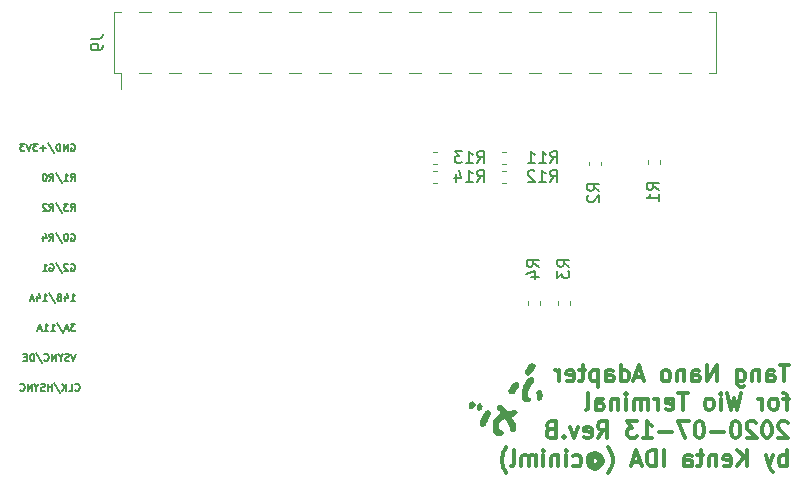
<source format=gbo>
G04 #@! TF.GenerationSoftware,KiCad,Pcbnew,(5.0.0)*
G04 #@! TF.CreationDate,2020-07-13T01:16:36+09:00*
G04 #@! TF.ProjectId,WioTerminal_TangNano,57696F5465726D696E616C5F54616E67,rev?*
G04 #@! TF.SameCoordinates,Original*
G04 #@! TF.FileFunction,Legend,Bot*
G04 #@! TF.FilePolarity,Positive*
%FSLAX46Y46*%
G04 Gerber Fmt 4.6, Leading zero omitted, Abs format (unit mm)*
G04 Created by KiCad (PCBNEW (5.0.0)) date 07/13/20 01:16:36*
%MOMM*%
%LPD*%
G01*
G04 APERTURE LIST*
%ADD10C,0.150000*%
%ADD11C,0.300000*%
%ADD12C,0.010000*%
%ADD13C,0.120000*%
G04 APERTURE END LIST*
D10*
X5222785Y12065714D02*
X5251357Y12037142D01*
X5337071Y12008571D01*
X5394214Y12008571D01*
X5479928Y12037142D01*
X5537071Y12094285D01*
X5565642Y12151428D01*
X5594214Y12265714D01*
X5594214Y12351428D01*
X5565642Y12465714D01*
X5537071Y12522857D01*
X5479928Y12580000D01*
X5394214Y12608571D01*
X5337071Y12608571D01*
X5251357Y12580000D01*
X5222785Y12551428D01*
X4679928Y12008571D02*
X4965642Y12008571D01*
X4965642Y12608571D01*
X4479928Y12008571D02*
X4479928Y12608571D01*
X4137071Y12008571D02*
X4394214Y12351428D01*
X4137071Y12608571D02*
X4479928Y12265714D01*
X3451357Y12637142D02*
X3965642Y11865714D01*
X3251357Y12008571D02*
X3251357Y12608571D01*
X3251357Y12322857D02*
X2908500Y12322857D01*
X2908500Y12008571D02*
X2908500Y12608571D01*
X2651357Y12037142D02*
X2565642Y12008571D01*
X2422785Y12008571D01*
X2365642Y12037142D01*
X2337071Y12065714D01*
X2308500Y12122857D01*
X2308500Y12180000D01*
X2337071Y12237142D01*
X2365642Y12265714D01*
X2422785Y12294285D01*
X2537071Y12322857D01*
X2594214Y12351428D01*
X2622785Y12380000D01*
X2651357Y12437142D01*
X2651357Y12494285D01*
X2622785Y12551428D01*
X2594214Y12580000D01*
X2537071Y12608571D01*
X2394214Y12608571D01*
X2308500Y12580000D01*
X1937071Y12294285D02*
X1937071Y12008571D01*
X2137071Y12608571D02*
X1937071Y12294285D01*
X1737071Y12608571D01*
X1537071Y12008571D02*
X1537071Y12608571D01*
X1194214Y12008571D01*
X1194214Y12608571D01*
X565642Y12065714D02*
X594214Y12037142D01*
X679928Y12008571D01*
X737071Y12008571D01*
X822785Y12037142D01*
X879928Y12094285D01*
X908500Y12151428D01*
X937071Y12265714D01*
X937071Y12351428D01*
X908500Y12465714D01*
X879928Y12522857D01*
X822785Y12580000D01*
X737071Y12608571D01*
X679928Y12608571D01*
X594214Y12580000D01*
X565642Y12551428D01*
X5270357Y15148571D02*
X5070357Y14548571D01*
X4870357Y15148571D01*
X4698928Y14577142D02*
X4613214Y14548571D01*
X4470357Y14548571D01*
X4413214Y14577142D01*
X4384642Y14605714D01*
X4356071Y14662857D01*
X4356071Y14720000D01*
X4384642Y14777142D01*
X4413214Y14805714D01*
X4470357Y14834285D01*
X4584642Y14862857D01*
X4641785Y14891428D01*
X4670357Y14920000D01*
X4698928Y14977142D01*
X4698928Y15034285D01*
X4670357Y15091428D01*
X4641785Y15120000D01*
X4584642Y15148571D01*
X4441785Y15148571D01*
X4356071Y15120000D01*
X3984642Y14834285D02*
X3984642Y14548571D01*
X4184642Y15148571D02*
X3984642Y14834285D01*
X3784642Y15148571D01*
X3584642Y14548571D02*
X3584642Y15148571D01*
X3241785Y14548571D01*
X3241785Y15148571D01*
X2613214Y14605714D02*
X2641785Y14577142D01*
X2727500Y14548571D01*
X2784642Y14548571D01*
X2870357Y14577142D01*
X2927500Y14634285D01*
X2956071Y14691428D01*
X2984642Y14805714D01*
X2984642Y14891428D01*
X2956071Y15005714D01*
X2927500Y15062857D01*
X2870357Y15120000D01*
X2784642Y15148571D01*
X2727500Y15148571D01*
X2641785Y15120000D01*
X2613214Y15091428D01*
X1927500Y15177142D02*
X2441785Y14405714D01*
X1727500Y14548571D02*
X1727500Y15148571D01*
X1584642Y15148571D01*
X1498928Y15120000D01*
X1441785Y15062857D01*
X1413214Y15005714D01*
X1384642Y14891428D01*
X1384642Y14805714D01*
X1413214Y14691428D01*
X1441785Y14634285D01*
X1498928Y14577142D01*
X1584642Y14548571D01*
X1727500Y14548571D01*
X1127500Y14862857D02*
X927500Y14862857D01*
X841785Y14548571D02*
X1127500Y14548571D01*
X1127500Y15148571D01*
X841785Y15148571D01*
X5241785Y17688571D02*
X4870357Y17688571D01*
X5070357Y17460000D01*
X4984642Y17460000D01*
X4927500Y17431428D01*
X4898928Y17402857D01*
X4870357Y17345714D01*
X4870357Y17202857D01*
X4898928Y17145714D01*
X4927500Y17117142D01*
X4984642Y17088571D01*
X5156071Y17088571D01*
X5213214Y17117142D01*
X5241785Y17145714D01*
X4641785Y17260000D02*
X4356071Y17260000D01*
X4698928Y17088571D02*
X4498928Y17688571D01*
X4298928Y17088571D01*
X3670357Y17717142D02*
X4184642Y16945714D01*
X3156071Y17088571D02*
X3498928Y17088571D01*
X3327500Y17088571D02*
X3327500Y17688571D01*
X3384642Y17602857D01*
X3441785Y17545714D01*
X3498928Y17517142D01*
X2584642Y17088571D02*
X2927500Y17088571D01*
X2756071Y17088571D02*
X2756071Y17688571D01*
X2813214Y17602857D01*
X2870357Y17545714D01*
X2927500Y17517142D01*
X2356071Y17260000D02*
X2070357Y17260000D01*
X2413214Y17088571D02*
X2213214Y17688571D01*
X2013214Y17088571D01*
X4870357Y19628571D02*
X5213214Y19628571D01*
X5041785Y19628571D02*
X5041785Y20228571D01*
X5098928Y20142857D01*
X5156071Y20085714D01*
X5213214Y20057142D01*
X4356071Y20028571D02*
X4356071Y19628571D01*
X4498928Y20257142D02*
X4641785Y19828571D01*
X4270357Y19828571D01*
X3841785Y19942857D02*
X3756071Y19914285D01*
X3727500Y19885714D01*
X3698928Y19828571D01*
X3698928Y19742857D01*
X3727500Y19685714D01*
X3756071Y19657142D01*
X3813214Y19628571D01*
X4041785Y19628571D01*
X4041785Y20228571D01*
X3841785Y20228571D01*
X3784642Y20200000D01*
X3756071Y20171428D01*
X3727500Y20114285D01*
X3727500Y20057142D01*
X3756071Y20000000D01*
X3784642Y19971428D01*
X3841785Y19942857D01*
X4041785Y19942857D01*
X3013214Y20257142D02*
X3527500Y19485714D01*
X2498928Y19628571D02*
X2841785Y19628571D01*
X2670357Y19628571D02*
X2670357Y20228571D01*
X2727500Y20142857D01*
X2784642Y20085714D01*
X2841785Y20057142D01*
X1984642Y20028571D02*
X1984642Y19628571D01*
X2127500Y20257142D02*
X2270357Y19828571D01*
X1898928Y19828571D01*
X1698928Y19800000D02*
X1413214Y19800000D01*
X1756071Y19628571D02*
X1556071Y20228571D01*
X1356071Y19628571D01*
X4870357Y22740000D02*
X4927500Y22768571D01*
X5013214Y22768571D01*
X5098928Y22740000D01*
X5156071Y22682857D01*
X5184642Y22625714D01*
X5213214Y22511428D01*
X5213214Y22425714D01*
X5184642Y22311428D01*
X5156071Y22254285D01*
X5098928Y22197142D01*
X5013214Y22168571D01*
X4956071Y22168571D01*
X4870357Y22197142D01*
X4841785Y22225714D01*
X4841785Y22425714D01*
X4956071Y22425714D01*
X4613214Y22711428D02*
X4584642Y22740000D01*
X4527500Y22768571D01*
X4384642Y22768571D01*
X4327500Y22740000D01*
X4298928Y22711428D01*
X4270357Y22654285D01*
X4270357Y22597142D01*
X4298928Y22511428D01*
X4641785Y22168571D01*
X4270357Y22168571D01*
X3584642Y22797142D02*
X4098928Y22025714D01*
X3070357Y22740000D02*
X3127500Y22768571D01*
X3213214Y22768571D01*
X3298928Y22740000D01*
X3356071Y22682857D01*
X3384642Y22625714D01*
X3413214Y22511428D01*
X3413214Y22425714D01*
X3384642Y22311428D01*
X3356071Y22254285D01*
X3298928Y22197142D01*
X3213214Y22168571D01*
X3156071Y22168571D01*
X3070357Y22197142D01*
X3041785Y22225714D01*
X3041785Y22425714D01*
X3156071Y22425714D01*
X2470357Y22168571D02*
X2813214Y22168571D01*
X2641785Y22168571D02*
X2641785Y22768571D01*
X2698928Y22682857D01*
X2756071Y22625714D01*
X2813214Y22597142D01*
X4870357Y25280000D02*
X4927500Y25308571D01*
X5013214Y25308571D01*
X5098928Y25280000D01*
X5156071Y25222857D01*
X5184642Y25165714D01*
X5213214Y25051428D01*
X5213214Y24965714D01*
X5184642Y24851428D01*
X5156071Y24794285D01*
X5098928Y24737142D01*
X5013214Y24708571D01*
X4956071Y24708571D01*
X4870357Y24737142D01*
X4841785Y24765714D01*
X4841785Y24965714D01*
X4956071Y24965714D01*
X4470357Y25308571D02*
X4413214Y25308571D01*
X4356071Y25280000D01*
X4327500Y25251428D01*
X4298928Y25194285D01*
X4270357Y25080000D01*
X4270357Y24937142D01*
X4298928Y24822857D01*
X4327500Y24765714D01*
X4356071Y24737142D01*
X4413214Y24708571D01*
X4470357Y24708571D01*
X4527500Y24737142D01*
X4556071Y24765714D01*
X4584642Y24822857D01*
X4613214Y24937142D01*
X4613214Y25080000D01*
X4584642Y25194285D01*
X4556071Y25251428D01*
X4527500Y25280000D01*
X4470357Y25308571D01*
X3584642Y25337142D02*
X4098928Y24565714D01*
X3041785Y24708571D02*
X3241785Y24994285D01*
X3384642Y24708571D02*
X3384642Y25308571D01*
X3156071Y25308571D01*
X3098928Y25280000D01*
X3070357Y25251428D01*
X3041785Y25194285D01*
X3041785Y25108571D01*
X3070357Y25051428D01*
X3098928Y25022857D01*
X3156071Y24994285D01*
X3384642Y24994285D01*
X2527500Y25108571D02*
X2527500Y24708571D01*
X2670357Y25337142D02*
X2813214Y24908571D01*
X2441785Y24908571D01*
X4841785Y27248571D02*
X5041785Y27534285D01*
X5184642Y27248571D02*
X5184642Y27848571D01*
X4956071Y27848571D01*
X4898928Y27820000D01*
X4870357Y27791428D01*
X4841785Y27734285D01*
X4841785Y27648571D01*
X4870357Y27591428D01*
X4898928Y27562857D01*
X4956071Y27534285D01*
X5184642Y27534285D01*
X4641785Y27848571D02*
X4270357Y27848571D01*
X4470357Y27620000D01*
X4384642Y27620000D01*
X4327500Y27591428D01*
X4298928Y27562857D01*
X4270357Y27505714D01*
X4270357Y27362857D01*
X4298928Y27305714D01*
X4327500Y27277142D01*
X4384642Y27248571D01*
X4556071Y27248571D01*
X4613214Y27277142D01*
X4641785Y27305714D01*
X3584642Y27877142D02*
X4098928Y27105714D01*
X3041785Y27248571D02*
X3241785Y27534285D01*
X3384642Y27248571D02*
X3384642Y27848571D01*
X3156071Y27848571D01*
X3098928Y27820000D01*
X3070357Y27791428D01*
X3041785Y27734285D01*
X3041785Y27648571D01*
X3070357Y27591428D01*
X3098928Y27562857D01*
X3156071Y27534285D01*
X3384642Y27534285D01*
X2813214Y27791428D02*
X2784642Y27820000D01*
X2727500Y27848571D01*
X2584642Y27848571D01*
X2527500Y27820000D01*
X2498928Y27791428D01*
X2470357Y27734285D01*
X2470357Y27677142D01*
X2498928Y27591428D01*
X2841785Y27248571D01*
X2470357Y27248571D01*
X4841785Y29788571D02*
X5041785Y30074285D01*
X5184642Y29788571D02*
X5184642Y30388571D01*
X4956071Y30388571D01*
X4898928Y30360000D01*
X4870357Y30331428D01*
X4841785Y30274285D01*
X4841785Y30188571D01*
X4870357Y30131428D01*
X4898928Y30102857D01*
X4956071Y30074285D01*
X5184642Y30074285D01*
X4270357Y29788571D02*
X4613214Y29788571D01*
X4441785Y29788571D02*
X4441785Y30388571D01*
X4498928Y30302857D01*
X4556071Y30245714D01*
X4613214Y30217142D01*
X3584642Y30417142D02*
X4098928Y29645714D01*
X3041785Y29788571D02*
X3241785Y30074285D01*
X3384642Y29788571D02*
X3384642Y30388571D01*
X3156071Y30388571D01*
X3098928Y30360000D01*
X3070357Y30331428D01*
X3041785Y30274285D01*
X3041785Y30188571D01*
X3070357Y30131428D01*
X3098928Y30102857D01*
X3156071Y30074285D01*
X3384642Y30074285D01*
X2670357Y30388571D02*
X2613214Y30388571D01*
X2556071Y30360000D01*
X2527500Y30331428D01*
X2498928Y30274285D01*
X2470357Y30160000D01*
X2470357Y30017142D01*
X2498928Y29902857D01*
X2527500Y29845714D01*
X2556071Y29817142D01*
X2613214Y29788571D01*
X2670357Y29788571D01*
X2727500Y29817142D01*
X2756071Y29845714D01*
X2784642Y29902857D01*
X2813214Y30017142D01*
X2813214Y30160000D01*
X2784642Y30274285D01*
X2756071Y30331428D01*
X2727500Y30360000D01*
X2670357Y30388571D01*
X4870357Y32900000D02*
X4927500Y32928571D01*
X5013214Y32928571D01*
X5098928Y32900000D01*
X5156071Y32842857D01*
X5184642Y32785714D01*
X5213214Y32671428D01*
X5213214Y32585714D01*
X5184642Y32471428D01*
X5156071Y32414285D01*
X5098928Y32357142D01*
X5013214Y32328571D01*
X4956071Y32328571D01*
X4870357Y32357142D01*
X4841785Y32385714D01*
X4841785Y32585714D01*
X4956071Y32585714D01*
X4584642Y32328571D02*
X4584642Y32928571D01*
X4241785Y32328571D01*
X4241785Y32928571D01*
X3956071Y32328571D02*
X3956071Y32928571D01*
X3813214Y32928571D01*
X3727500Y32900000D01*
X3670357Y32842857D01*
X3641785Y32785714D01*
X3613214Y32671428D01*
X3613214Y32585714D01*
X3641785Y32471428D01*
X3670357Y32414285D01*
X3727500Y32357142D01*
X3813214Y32328571D01*
X3956071Y32328571D01*
X2927500Y32957142D02*
X3441785Y32185714D01*
X2727500Y32557142D02*
X2270357Y32557142D01*
X2498928Y32328571D02*
X2498928Y32785714D01*
X2041785Y32928571D02*
X1670357Y32928571D01*
X1870357Y32700000D01*
X1784642Y32700000D01*
X1727500Y32671428D01*
X1698928Y32642857D01*
X1670357Y32585714D01*
X1670357Y32442857D01*
X1698928Y32385714D01*
X1727500Y32357142D01*
X1784642Y32328571D01*
X1956071Y32328571D01*
X2013214Y32357142D01*
X2041785Y32385714D01*
X1498928Y32928571D02*
X1298928Y32328571D01*
X1098928Y32928571D01*
X956071Y32928571D02*
X584642Y32928571D01*
X784642Y32700000D01*
X698928Y32700000D01*
X641785Y32671428D01*
X613214Y32642857D01*
X584642Y32585714D01*
X584642Y32442857D01*
X613214Y32385714D01*
X641785Y32357142D01*
X698928Y32328571D01*
X870357Y32328571D01*
X927500Y32357142D01*
X956071Y32385714D01*
D11*
X65671666Y14216666D02*
X64871666Y14216666D01*
X65271666Y12816666D02*
X65271666Y14216666D01*
X63805000Y12816666D02*
X63805000Y13550000D01*
X63871666Y13683333D01*
X64005000Y13750000D01*
X64271666Y13750000D01*
X64405000Y13683333D01*
X63805000Y12883333D02*
X63938333Y12816666D01*
X64271666Y12816666D01*
X64405000Y12883333D01*
X64471666Y13016666D01*
X64471666Y13150000D01*
X64405000Y13283333D01*
X64271666Y13350000D01*
X63938333Y13350000D01*
X63805000Y13416666D01*
X63138333Y13750000D02*
X63138333Y12816666D01*
X63138333Y13616666D02*
X63071666Y13683333D01*
X62938333Y13750000D01*
X62738333Y13750000D01*
X62605000Y13683333D01*
X62538333Y13550000D01*
X62538333Y12816666D01*
X61271666Y13750000D02*
X61271666Y12616666D01*
X61338333Y12483333D01*
X61405000Y12416666D01*
X61538333Y12350000D01*
X61738333Y12350000D01*
X61871666Y12416666D01*
X61271666Y12883333D02*
X61405000Y12816666D01*
X61671666Y12816666D01*
X61805000Y12883333D01*
X61871666Y12950000D01*
X61938333Y13083333D01*
X61938333Y13483333D01*
X61871666Y13616666D01*
X61805000Y13683333D01*
X61671666Y13750000D01*
X61405000Y13750000D01*
X61271666Y13683333D01*
X59538333Y12816666D02*
X59538333Y14216666D01*
X58738333Y12816666D01*
X58738333Y14216666D01*
X57471666Y12816666D02*
X57471666Y13550000D01*
X57538333Y13683333D01*
X57671666Y13750000D01*
X57938333Y13750000D01*
X58071666Y13683333D01*
X57471666Y12883333D02*
X57605000Y12816666D01*
X57938333Y12816666D01*
X58071666Y12883333D01*
X58138333Y13016666D01*
X58138333Y13150000D01*
X58071666Y13283333D01*
X57938333Y13350000D01*
X57605000Y13350000D01*
X57471666Y13416666D01*
X56805000Y13750000D02*
X56805000Y12816666D01*
X56805000Y13616666D02*
X56738333Y13683333D01*
X56605000Y13750000D01*
X56405000Y13750000D01*
X56271666Y13683333D01*
X56205000Y13550000D01*
X56205000Y12816666D01*
X55338333Y12816666D02*
X55471666Y12883333D01*
X55538333Y12950000D01*
X55605000Y13083333D01*
X55605000Y13483333D01*
X55538333Y13616666D01*
X55471666Y13683333D01*
X55338333Y13750000D01*
X55138333Y13750000D01*
X55005000Y13683333D01*
X54938333Y13616666D01*
X54871666Y13483333D01*
X54871666Y13083333D01*
X54938333Y12950000D01*
X55005000Y12883333D01*
X55138333Y12816666D01*
X55338333Y12816666D01*
X53271666Y13216666D02*
X52605000Y13216666D01*
X53405000Y12816666D02*
X52938333Y14216666D01*
X52471666Y12816666D01*
X51405000Y12816666D02*
X51405000Y14216666D01*
X51405000Y12883333D02*
X51538333Y12816666D01*
X51805000Y12816666D01*
X51938333Y12883333D01*
X52005000Y12950000D01*
X52071666Y13083333D01*
X52071666Y13483333D01*
X52005000Y13616666D01*
X51938333Y13683333D01*
X51805000Y13750000D01*
X51538333Y13750000D01*
X51405000Y13683333D01*
X50138333Y12816666D02*
X50138333Y13550000D01*
X50205000Y13683333D01*
X50338333Y13750000D01*
X50605000Y13750000D01*
X50738333Y13683333D01*
X50138333Y12883333D02*
X50271666Y12816666D01*
X50605000Y12816666D01*
X50738333Y12883333D01*
X50805000Y13016666D01*
X50805000Y13150000D01*
X50738333Y13283333D01*
X50605000Y13350000D01*
X50271666Y13350000D01*
X50138333Y13416666D01*
X49471666Y13750000D02*
X49471666Y12350000D01*
X49471666Y13683333D02*
X49338333Y13750000D01*
X49071666Y13750000D01*
X48938333Y13683333D01*
X48871666Y13616666D01*
X48805000Y13483333D01*
X48805000Y13083333D01*
X48871666Y12950000D01*
X48938333Y12883333D01*
X49071666Y12816666D01*
X49338333Y12816666D01*
X49471666Y12883333D01*
X48405000Y13750000D02*
X47871666Y13750000D01*
X48205000Y14216666D02*
X48205000Y13016666D01*
X48138333Y12883333D01*
X48005000Y12816666D01*
X47871666Y12816666D01*
X46871666Y12883333D02*
X47005000Y12816666D01*
X47271666Y12816666D01*
X47405000Y12883333D01*
X47471666Y13016666D01*
X47471666Y13550000D01*
X47405000Y13683333D01*
X47271666Y13750000D01*
X47005000Y13750000D01*
X46871666Y13683333D01*
X46805000Y13550000D01*
X46805000Y13416666D01*
X47471666Y13283333D01*
X46205000Y12816666D02*
X46205000Y13750000D01*
X46205000Y13483333D02*
X46138333Y13616666D01*
X46071666Y13683333D01*
X45938333Y13750000D01*
X45805000Y13750000D01*
X65671666Y11350000D02*
X65138333Y11350000D01*
X65471666Y10416666D02*
X65471666Y11616666D01*
X65405000Y11750000D01*
X65271666Y11816666D01*
X65138333Y11816666D01*
X64471666Y10416666D02*
X64605000Y10483333D01*
X64671666Y10550000D01*
X64738333Y10683333D01*
X64738333Y11083333D01*
X64671666Y11216666D01*
X64605000Y11283333D01*
X64471666Y11350000D01*
X64271666Y11350000D01*
X64138333Y11283333D01*
X64071666Y11216666D01*
X64005000Y11083333D01*
X64005000Y10683333D01*
X64071666Y10550000D01*
X64138333Y10483333D01*
X64271666Y10416666D01*
X64471666Y10416666D01*
X63405000Y10416666D02*
X63405000Y11350000D01*
X63405000Y11083333D02*
X63338333Y11216666D01*
X63271666Y11283333D01*
X63138333Y11350000D01*
X63005000Y11350000D01*
X61605000Y11816666D02*
X61271666Y10416666D01*
X61005000Y11416666D01*
X60738333Y10416666D01*
X60405000Y11816666D01*
X59871666Y10416666D02*
X59871666Y11350000D01*
X59871666Y11816666D02*
X59938333Y11750000D01*
X59871666Y11683333D01*
X59805000Y11750000D01*
X59871666Y11816666D01*
X59871666Y11683333D01*
X59005000Y10416666D02*
X59138333Y10483333D01*
X59205000Y10550000D01*
X59271666Y10683333D01*
X59271666Y11083333D01*
X59205000Y11216666D01*
X59138333Y11283333D01*
X59005000Y11350000D01*
X58805000Y11350000D01*
X58671666Y11283333D01*
X58605000Y11216666D01*
X58538333Y11083333D01*
X58538333Y10683333D01*
X58605000Y10550000D01*
X58671666Y10483333D01*
X58805000Y10416666D01*
X59005000Y10416666D01*
X57071666Y11816666D02*
X56271666Y11816666D01*
X56671666Y10416666D02*
X56671666Y11816666D01*
X55271666Y10483333D02*
X55405000Y10416666D01*
X55671666Y10416666D01*
X55805000Y10483333D01*
X55871666Y10616666D01*
X55871666Y11150000D01*
X55805000Y11283333D01*
X55671666Y11350000D01*
X55405000Y11350000D01*
X55271666Y11283333D01*
X55205000Y11150000D01*
X55205000Y11016666D01*
X55871666Y10883333D01*
X54605000Y10416666D02*
X54605000Y11350000D01*
X54605000Y11083333D02*
X54538333Y11216666D01*
X54471666Y11283333D01*
X54338333Y11350000D01*
X54205000Y11350000D01*
X53738333Y10416666D02*
X53738333Y11350000D01*
X53738333Y11216666D02*
X53671666Y11283333D01*
X53538333Y11350000D01*
X53338333Y11350000D01*
X53205000Y11283333D01*
X53138333Y11150000D01*
X53138333Y10416666D01*
X53138333Y11150000D02*
X53071666Y11283333D01*
X52938333Y11350000D01*
X52738333Y11350000D01*
X52605000Y11283333D01*
X52538333Y11150000D01*
X52538333Y10416666D01*
X51871666Y10416666D02*
X51871666Y11350000D01*
X51871666Y11816666D02*
X51938333Y11750000D01*
X51871666Y11683333D01*
X51805000Y11750000D01*
X51871666Y11816666D01*
X51871666Y11683333D01*
X51205000Y11350000D02*
X51205000Y10416666D01*
X51205000Y11216666D02*
X51138333Y11283333D01*
X51005000Y11350000D01*
X50805000Y11350000D01*
X50671666Y11283333D01*
X50605000Y11150000D01*
X50605000Y10416666D01*
X49338333Y10416666D02*
X49338333Y11150000D01*
X49405000Y11283333D01*
X49538333Y11350000D01*
X49805000Y11350000D01*
X49938333Y11283333D01*
X49338333Y10483333D02*
X49471666Y10416666D01*
X49805000Y10416666D01*
X49938333Y10483333D01*
X50005000Y10616666D01*
X50005000Y10750000D01*
X49938333Y10883333D01*
X49805000Y10950000D01*
X49471666Y10950000D01*
X49338333Y11016666D01*
X48471666Y10416666D02*
X48605000Y10483333D01*
X48671666Y10616666D01*
X48671666Y11816666D01*
X65538333Y9283333D02*
X65471666Y9350000D01*
X65338333Y9416666D01*
X65005000Y9416666D01*
X64871666Y9350000D01*
X64805000Y9283333D01*
X64738333Y9150000D01*
X64738333Y9016666D01*
X64805000Y8816666D01*
X65605000Y8016666D01*
X64738333Y8016666D01*
X63871666Y9416666D02*
X63738333Y9416666D01*
X63605000Y9350000D01*
X63538333Y9283333D01*
X63471666Y9150000D01*
X63405000Y8883333D01*
X63405000Y8550000D01*
X63471666Y8283333D01*
X63538333Y8150000D01*
X63605000Y8083333D01*
X63738333Y8016666D01*
X63871666Y8016666D01*
X64005000Y8083333D01*
X64071666Y8150000D01*
X64138333Y8283333D01*
X64205000Y8550000D01*
X64205000Y8883333D01*
X64138333Y9150000D01*
X64071666Y9283333D01*
X64005000Y9350000D01*
X63871666Y9416666D01*
X62871666Y9283333D02*
X62805000Y9350000D01*
X62671666Y9416666D01*
X62338333Y9416666D01*
X62205000Y9350000D01*
X62138333Y9283333D01*
X62071666Y9150000D01*
X62071666Y9016666D01*
X62138333Y8816666D01*
X62938333Y8016666D01*
X62071666Y8016666D01*
X61205000Y9416666D02*
X61071666Y9416666D01*
X60938333Y9350000D01*
X60871666Y9283333D01*
X60805000Y9150000D01*
X60738333Y8883333D01*
X60738333Y8550000D01*
X60805000Y8283333D01*
X60871666Y8150000D01*
X60938333Y8083333D01*
X61071666Y8016666D01*
X61205000Y8016666D01*
X61338333Y8083333D01*
X61405000Y8150000D01*
X61471666Y8283333D01*
X61538333Y8550000D01*
X61538333Y8883333D01*
X61471666Y9150000D01*
X61405000Y9283333D01*
X61338333Y9350000D01*
X61205000Y9416666D01*
X60138333Y8550000D02*
X59071666Y8550000D01*
X58138333Y9416666D02*
X58005000Y9416666D01*
X57871666Y9350000D01*
X57805000Y9283333D01*
X57738333Y9150000D01*
X57671666Y8883333D01*
X57671666Y8550000D01*
X57738333Y8283333D01*
X57805000Y8150000D01*
X57871666Y8083333D01*
X58005000Y8016666D01*
X58138333Y8016666D01*
X58271666Y8083333D01*
X58338333Y8150000D01*
X58405000Y8283333D01*
X58471666Y8550000D01*
X58471666Y8883333D01*
X58405000Y9150000D01*
X58338333Y9283333D01*
X58271666Y9350000D01*
X58138333Y9416666D01*
X57205000Y9416666D02*
X56271666Y9416666D01*
X56871666Y8016666D01*
X55738333Y8550000D02*
X54671666Y8550000D01*
X53271666Y8016666D02*
X54071666Y8016666D01*
X53671666Y8016666D02*
X53671666Y9416666D01*
X53805000Y9216666D01*
X53938333Y9083333D01*
X54071666Y9016666D01*
X52805000Y9416666D02*
X51938333Y9416666D01*
X52405000Y8883333D01*
X52205000Y8883333D01*
X52071666Y8816666D01*
X52005000Y8750000D01*
X51938333Y8616666D01*
X51938333Y8283333D01*
X52005000Y8150000D01*
X52071666Y8083333D01*
X52205000Y8016666D01*
X52605000Y8016666D01*
X52738333Y8083333D01*
X52805000Y8150000D01*
X49471666Y8016666D02*
X49938333Y8683333D01*
X50271666Y8016666D02*
X50271666Y9416666D01*
X49738333Y9416666D01*
X49605000Y9350000D01*
X49538333Y9283333D01*
X49471666Y9150000D01*
X49471666Y8950000D01*
X49538333Y8816666D01*
X49605000Y8750000D01*
X49738333Y8683333D01*
X50271666Y8683333D01*
X48338333Y8083333D02*
X48471666Y8016666D01*
X48738333Y8016666D01*
X48871666Y8083333D01*
X48938333Y8216666D01*
X48938333Y8750000D01*
X48871666Y8883333D01*
X48738333Y8950000D01*
X48471666Y8950000D01*
X48338333Y8883333D01*
X48271666Y8750000D01*
X48271666Y8616666D01*
X48938333Y8483333D01*
X47805000Y8950000D02*
X47471666Y8016666D01*
X47138333Y8950000D01*
X46605000Y8150000D02*
X46538333Y8083333D01*
X46605000Y8016666D01*
X46671666Y8083333D01*
X46605000Y8150000D01*
X46605000Y8016666D01*
X45471666Y8750000D02*
X45271666Y8683333D01*
X45205000Y8616666D01*
X45138333Y8483333D01*
X45138333Y8283333D01*
X45205000Y8150000D01*
X45271666Y8083333D01*
X45405000Y8016666D01*
X45938333Y8016666D01*
X45938333Y9416666D01*
X45471666Y9416666D01*
X45338333Y9350000D01*
X45271666Y9283333D01*
X45205000Y9150000D01*
X45205000Y9016666D01*
X45271666Y8883333D01*
X45338333Y8816666D01*
X45471666Y8750000D01*
X45938333Y8750000D01*
X65471666Y5616666D02*
X65471666Y7016666D01*
X65471666Y6483333D02*
X65338333Y6550000D01*
X65071666Y6550000D01*
X64938333Y6483333D01*
X64871666Y6416666D01*
X64805000Y6283333D01*
X64805000Y5883333D01*
X64871666Y5750000D01*
X64938333Y5683333D01*
X65071666Y5616666D01*
X65338333Y5616666D01*
X65471666Y5683333D01*
X64338333Y6550000D02*
X64005000Y5616666D01*
X63671666Y6550000D02*
X64005000Y5616666D01*
X64138333Y5283333D01*
X64205000Y5216666D01*
X64338333Y5150000D01*
X62071666Y5616666D02*
X62071666Y7016666D01*
X61271666Y5616666D02*
X61871666Y6416666D01*
X61271666Y7016666D02*
X62071666Y6216666D01*
X60138333Y5683333D02*
X60271666Y5616666D01*
X60538333Y5616666D01*
X60671666Y5683333D01*
X60738333Y5816666D01*
X60738333Y6350000D01*
X60671666Y6483333D01*
X60538333Y6550000D01*
X60271666Y6550000D01*
X60138333Y6483333D01*
X60071666Y6350000D01*
X60071666Y6216666D01*
X60738333Y6083333D01*
X59471666Y6550000D02*
X59471666Y5616666D01*
X59471666Y6416666D02*
X59404999Y6483333D01*
X59271666Y6550000D01*
X59071666Y6550000D01*
X58938333Y6483333D01*
X58871666Y6350000D01*
X58871666Y5616666D01*
X58404999Y6550000D02*
X57871666Y6550000D01*
X58204999Y7016666D02*
X58204999Y5816666D01*
X58138333Y5683333D01*
X58004999Y5616666D01*
X57871666Y5616666D01*
X56804999Y5616666D02*
X56804999Y6350000D01*
X56871666Y6483333D01*
X57004999Y6550000D01*
X57271666Y6550000D01*
X57404999Y6483333D01*
X56804999Y5683333D02*
X56938333Y5616666D01*
X57271666Y5616666D01*
X57404999Y5683333D01*
X57471666Y5816666D01*
X57471666Y5950000D01*
X57404999Y6083333D01*
X57271666Y6150000D01*
X56938333Y6150000D01*
X56804999Y6216666D01*
X55071666Y5616666D02*
X55071666Y7016666D01*
X54404999Y5616666D02*
X54404999Y7016666D01*
X54071666Y7016666D01*
X53871666Y6950000D01*
X53738333Y6816666D01*
X53671666Y6683333D01*
X53604999Y6416666D01*
X53604999Y6216666D01*
X53671666Y5950000D01*
X53738333Y5816666D01*
X53871666Y5683333D01*
X54071666Y5616666D01*
X54404999Y5616666D01*
X53071666Y6016666D02*
X52404999Y6016666D01*
X53204999Y5616666D02*
X52738333Y7016666D01*
X52271666Y5616666D01*
X50338333Y5083333D02*
X50404999Y5150000D01*
X50538333Y5350000D01*
X50604999Y5483333D01*
X50671666Y5683333D01*
X50738333Y6016666D01*
X50738333Y6283333D01*
X50671666Y6616666D01*
X50604999Y6816666D01*
X50538333Y6950000D01*
X50404999Y7150000D01*
X50338333Y7216666D01*
X48938333Y6283333D02*
X49004999Y6350000D01*
X49138333Y6416666D01*
X49271666Y6416666D01*
X49404999Y6350000D01*
X49471666Y6283333D01*
X49538333Y6150000D01*
X49538333Y6016666D01*
X49471666Y5883333D01*
X49404999Y5816666D01*
X49271666Y5750000D01*
X49138333Y5750000D01*
X49004999Y5816666D01*
X48938333Y5883333D01*
X48938333Y6416666D02*
X48938333Y5883333D01*
X48871666Y5816666D01*
X48804999Y5816666D01*
X48671666Y5883333D01*
X48604999Y6016666D01*
X48604999Y6350000D01*
X48738333Y6550000D01*
X48938333Y6683333D01*
X49204999Y6750000D01*
X49471666Y6683333D01*
X49671666Y6550000D01*
X49804999Y6350000D01*
X49871666Y6083333D01*
X49804999Y5816666D01*
X49671666Y5616666D01*
X49471666Y5483333D01*
X49204999Y5416666D01*
X48938333Y5483333D01*
X48738333Y5616666D01*
X47404999Y5683333D02*
X47538333Y5616666D01*
X47804999Y5616666D01*
X47938333Y5683333D01*
X48004999Y5750000D01*
X48071666Y5883333D01*
X48071666Y6283333D01*
X48004999Y6416666D01*
X47938333Y6483333D01*
X47804999Y6550000D01*
X47538333Y6550000D01*
X47404999Y6483333D01*
X46804999Y5616666D02*
X46804999Y6550000D01*
X46804999Y7016666D02*
X46871666Y6950000D01*
X46804999Y6883333D01*
X46738333Y6950000D01*
X46804999Y7016666D01*
X46804999Y6883333D01*
X46138333Y6550000D02*
X46138333Y5616666D01*
X46138333Y6416666D02*
X46071666Y6483333D01*
X45938333Y6550000D01*
X45738333Y6550000D01*
X45604999Y6483333D01*
X45538333Y6350000D01*
X45538333Y5616666D01*
X44871666Y5616666D02*
X44871666Y6550000D01*
X44871666Y7016666D02*
X44938333Y6950000D01*
X44871666Y6883333D01*
X44804999Y6950000D01*
X44871666Y7016666D01*
X44871666Y6883333D01*
X44204999Y5616666D02*
X44204999Y6550000D01*
X44204999Y6416666D02*
X44138333Y6483333D01*
X44004999Y6550000D01*
X43804999Y6550000D01*
X43671666Y6483333D01*
X43604999Y6350000D01*
X43604999Y5616666D01*
X43604999Y6350000D02*
X43538333Y6483333D01*
X43404999Y6550000D01*
X43204999Y6550000D01*
X43071666Y6483333D01*
X43004999Y6350000D01*
X43004999Y5616666D01*
X42138333Y5616666D02*
X42271666Y5683333D01*
X42338333Y5816666D01*
X42338333Y7016666D01*
X41738333Y5083333D02*
X41671666Y5150000D01*
X41538333Y5350000D01*
X41471666Y5483333D01*
X41404999Y5683333D01*
X41338333Y6016666D01*
X41338333Y6283333D01*
X41404999Y6616666D01*
X41471666Y6816666D01*
X41538333Y6950000D01*
X41671666Y7150000D01*
X41738333Y7216666D01*
D12*
G04 #@! TO.C,LOGO1*
G36*
X41152792Y10829989D02*
X41056059Y10792796D01*
X40970990Y10731669D01*
X40937409Y10691702D01*
X40911205Y10628717D01*
X40919193Y10562382D01*
X40965163Y10484156D01*
X41052905Y10385501D01*
X41089449Y10349172D01*
X41160457Y10276292D01*
X41211808Y10216613D01*
X41233025Y10182376D01*
X41233111Y10181325D01*
X41214223Y10152685D01*
X41162084Y10091738D01*
X41083479Y10005965D01*
X40985192Y9902847D01*
X40920778Y9836962D01*
X40608446Y9520395D01*
X40617389Y9039323D01*
X40626333Y8558252D01*
X40752154Y8430126D01*
X40877974Y8302000D01*
X41109939Y8302000D01*
X41225933Y8303303D01*
X41300021Y8309691D01*
X41346722Y8324882D01*
X41380556Y8352593D01*
X41400396Y8376361D01*
X41441154Y8441647D01*
X41458865Y8496708D01*
X41458889Y8498081D01*
X41435417Y8557165D01*
X41375865Y8623151D01*
X41296525Y8681897D01*
X41213690Y8719260D01*
X41200396Y8722475D01*
X41122990Y8752435D01*
X41072920Y8809990D01*
X41046664Y8903258D01*
X41040699Y9040354D01*
X41042162Y9087125D01*
X41050961Y9293695D01*
X41265477Y9503403D01*
X41357984Y9589940D01*
X41439509Y9659108D01*
X41499687Y9702512D01*
X41524455Y9713111D01*
X41576710Y9690819D01*
X41640673Y9634743D01*
X41701829Y9561079D01*
X41745662Y9486028D01*
X41756246Y9454450D01*
X41782544Y9385484D01*
X41812037Y9345915D01*
X41846126Y9298620D01*
X41879514Y9224156D01*
X41884346Y9209909D01*
X41917948Y9127501D01*
X41956407Y9062253D01*
X41961131Y9056490D01*
X41989282Y9001209D01*
X42014590Y8913068D01*
X42026026Y8849357D01*
X42056510Y8715745D01*
X42107342Y8631022D01*
X42182645Y8590017D01*
X42237326Y8584222D01*
X42322908Y8598047D01*
X42383489Y8643582D01*
X42422188Y8726920D01*
X42442126Y8854152D01*
X42446666Y8992876D01*
X42444991Y9120463D01*
X42438456Y9204449D01*
X42424795Y9257615D01*
X42401745Y9292745D01*
X42391822Y9302441D01*
X42346242Y9366241D01*
X42318429Y9440871D01*
X42288433Y9510606D01*
X42231086Y9595213D01*
X42184068Y9649494D01*
X42117268Y9724632D01*
X42096073Y9773971D01*
X42123457Y9808438D01*
X42202397Y9838963D01*
X42238532Y9849542D01*
X42322070Y9888680D01*
X42412070Y9954348D01*
X42495162Y10033535D01*
X42557972Y10113230D01*
X42587129Y10180425D01*
X42587778Y10189335D01*
X42565085Y10245449D01*
X42508373Y10310862D01*
X42434689Y10370831D01*
X42361081Y10410609D01*
X42322623Y10418666D01*
X42259841Y10403102D01*
X42179113Y10363927D01*
X42147216Y10343830D01*
X42044067Y10291266D01*
X41937517Y10265680D01*
X41842631Y10268012D01*
X41774474Y10299204D01*
X41758311Y10319536D01*
X41715785Y10379049D01*
X41645734Y10460104D01*
X41558543Y10552453D01*
X41464597Y10645844D01*
X41374281Y10730029D01*
X41297981Y10794756D01*
X41246082Y10829776D01*
X41238461Y10832610D01*
X41152792Y10829989D01*
X41152792Y10829989D01*
G37*
X41152792Y10829989D02*
X41056059Y10792796D01*
X40970990Y10731669D01*
X40937409Y10691702D01*
X40911205Y10628717D01*
X40919193Y10562382D01*
X40965163Y10484156D01*
X41052905Y10385501D01*
X41089449Y10349172D01*
X41160457Y10276292D01*
X41211808Y10216613D01*
X41233025Y10182376D01*
X41233111Y10181325D01*
X41214223Y10152685D01*
X41162084Y10091738D01*
X41083479Y10005965D01*
X40985192Y9902847D01*
X40920778Y9836962D01*
X40608446Y9520395D01*
X40617389Y9039323D01*
X40626333Y8558252D01*
X40752154Y8430126D01*
X40877974Y8302000D01*
X41109939Y8302000D01*
X41225933Y8303303D01*
X41300021Y8309691D01*
X41346722Y8324882D01*
X41380556Y8352593D01*
X41400396Y8376361D01*
X41441154Y8441647D01*
X41458865Y8496708D01*
X41458889Y8498081D01*
X41435417Y8557165D01*
X41375865Y8623151D01*
X41296525Y8681897D01*
X41213690Y8719260D01*
X41200396Y8722475D01*
X41122990Y8752435D01*
X41072920Y8809990D01*
X41046664Y8903258D01*
X41040699Y9040354D01*
X41042162Y9087125D01*
X41050961Y9293695D01*
X41265477Y9503403D01*
X41357984Y9589940D01*
X41439509Y9659108D01*
X41499687Y9702512D01*
X41524455Y9713111D01*
X41576710Y9690819D01*
X41640673Y9634743D01*
X41701829Y9561079D01*
X41745662Y9486028D01*
X41756246Y9454450D01*
X41782544Y9385484D01*
X41812037Y9345915D01*
X41846126Y9298620D01*
X41879514Y9224156D01*
X41884346Y9209909D01*
X41917948Y9127501D01*
X41956407Y9062253D01*
X41961131Y9056490D01*
X41989282Y9001209D01*
X42014590Y8913068D01*
X42026026Y8849357D01*
X42056510Y8715745D01*
X42107342Y8631022D01*
X42182645Y8590017D01*
X42237326Y8584222D01*
X42322908Y8598047D01*
X42383489Y8643582D01*
X42422188Y8726920D01*
X42442126Y8854152D01*
X42446666Y8992876D01*
X42444991Y9120463D01*
X42438456Y9204449D01*
X42424795Y9257615D01*
X42401745Y9292745D01*
X42391822Y9302441D01*
X42346242Y9366241D01*
X42318429Y9440871D01*
X42288433Y9510606D01*
X42231086Y9595213D01*
X42184068Y9649494D01*
X42117268Y9724632D01*
X42096073Y9773971D01*
X42123457Y9808438D01*
X42202397Y9838963D01*
X42238532Y9849542D01*
X42322070Y9888680D01*
X42412070Y9954348D01*
X42495162Y10033535D01*
X42557972Y10113230D01*
X42587129Y10180425D01*
X42587778Y10189335D01*
X42565085Y10245449D01*
X42508373Y10310862D01*
X42434689Y10370831D01*
X42361081Y10410609D01*
X42322623Y10418666D01*
X42259841Y10403102D01*
X42179113Y10363927D01*
X42147216Y10343830D01*
X42044067Y10291266D01*
X41937517Y10265680D01*
X41842631Y10268012D01*
X41774474Y10299204D01*
X41758311Y10319536D01*
X41715785Y10379049D01*
X41645734Y10460104D01*
X41558543Y10552453D01*
X41464597Y10645844D01*
X41374281Y10730029D01*
X41297981Y10794756D01*
X41246082Y10829776D01*
X41238461Y10832610D01*
X41152792Y10829989D01*
G36*
X40024010Y10343907D02*
X39952709Y10280304D01*
X39878941Y10201072D01*
X39815251Y10120396D01*
X39774180Y10052457D01*
X39765555Y10021783D01*
X39747947Y9960888D01*
X39704611Y9889284D01*
X39695000Y9877297D01*
X39648930Y9811386D01*
X39625277Y9755733D01*
X39624444Y9747740D01*
X39609128Y9697859D01*
X39570562Y9625995D01*
X39550555Y9595411D01*
X39509561Y9528666D01*
X39489173Y9466245D01*
X39484598Y9385885D01*
X39488290Y9306214D01*
X39507988Y9164912D01*
X39548419Y9071837D01*
X39613553Y9021320D01*
X39697326Y9007555D01*
X39789421Y9028664D01*
X39846222Y9079436D01*
X39893583Y9158650D01*
X39920640Y9232708D01*
X39946544Y9303251D01*
X39977593Y9346530D01*
X40011682Y9393824D01*
X40045070Y9468288D01*
X40049902Y9482535D01*
X40081885Y9562869D01*
X40116867Y9624454D01*
X40121549Y9630277D01*
X40156885Y9686980D01*
X40190868Y9765125D01*
X40193053Y9771388D01*
X40231363Y9859017D01*
X40277487Y9934877D01*
X40278072Y9935639D01*
X40317665Y10023740D01*
X40330000Y10124703D01*
X40323226Y10209463D01*
X40293663Y10266818D01*
X40232562Y10320780D01*
X40143993Y10372385D01*
X40080303Y10377699D01*
X40024010Y10343907D01*
X40024010Y10343907D01*
G37*
X40024010Y10343907D02*
X39952709Y10280304D01*
X39878941Y10201072D01*
X39815251Y10120396D01*
X39774180Y10052457D01*
X39765555Y10021783D01*
X39747947Y9960888D01*
X39704611Y9889284D01*
X39695000Y9877297D01*
X39648930Y9811386D01*
X39625277Y9755733D01*
X39624444Y9747740D01*
X39609128Y9697859D01*
X39570562Y9625995D01*
X39550555Y9595411D01*
X39509561Y9528666D01*
X39489173Y9466245D01*
X39484598Y9385885D01*
X39488290Y9306214D01*
X39507988Y9164912D01*
X39548419Y9071837D01*
X39613553Y9021320D01*
X39697326Y9007555D01*
X39789421Y9028664D01*
X39846222Y9079436D01*
X39893583Y9158650D01*
X39920640Y9232708D01*
X39946544Y9303251D01*
X39977593Y9346530D01*
X40011682Y9393824D01*
X40045070Y9468288D01*
X40049902Y9482535D01*
X40081885Y9562869D01*
X40116867Y9624454D01*
X40121549Y9630277D01*
X40156885Y9686980D01*
X40190868Y9765125D01*
X40193053Y9771388D01*
X40231363Y9859017D01*
X40277487Y9934877D01*
X40278072Y9935639D01*
X40317665Y10023740D01*
X40330000Y10124703D01*
X40323226Y10209463D01*
X40293663Y10266818D01*
X40232562Y10320780D01*
X40143993Y10372385D01*
X40080303Y10377699D01*
X40024010Y10343907D01*
G36*
X39333466Y10918148D02*
X39294407Y10886777D01*
X39244738Y10834479D01*
X39221342Y10774998D01*
X39215235Y10684647D01*
X39215222Y10678073D01*
X39232055Y10548267D01*
X39282839Y10463316D01*
X39368002Y10422665D01*
X39415103Y10418666D01*
X39505464Y10438912D01*
X39565951Y10493028D01*
X39615175Y10600279D01*
X39624444Y10688075D01*
X39616216Y10776449D01*
X39582931Y10838485D01*
X39537612Y10881824D01*
X39459841Y10937463D01*
X39398185Y10949440D01*
X39333466Y10918148D01*
X39333466Y10918148D01*
G37*
X39333466Y10918148D02*
X39294407Y10886777D01*
X39244738Y10834479D01*
X39221342Y10774998D01*
X39215235Y10684647D01*
X39215222Y10678073D01*
X39232055Y10548267D01*
X39282839Y10463316D01*
X39368002Y10422665D01*
X39415103Y10418666D01*
X39505464Y10438912D01*
X39565951Y10493028D01*
X39615175Y10600279D01*
X39624444Y10688075D01*
X39616216Y10776449D01*
X39582931Y10838485D01*
X39537612Y10881824D01*
X39459841Y10937463D01*
X39398185Y10949440D01*
X39333466Y10918148D01*
G36*
X38699286Y11086572D02*
X38648856Y11063795D01*
X38523778Y11001328D01*
X38523778Y10799368D01*
X38527766Y10680653D01*
X38540240Y10613386D01*
X38559055Y10593175D01*
X38610413Y10585029D01*
X38683602Y10571517D01*
X38739587Y10566896D01*
X38790198Y10583326D01*
X38852165Y10628618D01*
X38902798Y10673855D01*
X38997671Y10772051D01*
X39044982Y10852276D01*
X39046958Y10923150D01*
X39005827Y10993291D01*
X38989872Y11010887D01*
X38897960Y11085682D01*
X38805770Y11110186D01*
X38699286Y11086572D01*
X38699286Y11086572D01*
G37*
X38699286Y11086572D02*
X38648856Y11063795D01*
X38523778Y11001328D01*
X38523778Y10799368D01*
X38527766Y10680653D01*
X38540240Y10613386D01*
X38559055Y10593175D01*
X38610413Y10585029D01*
X38683602Y10571517D01*
X38739587Y10566896D01*
X38790198Y10583326D01*
X38852165Y10628618D01*
X38902798Y10673855D01*
X38997671Y10772051D01*
X39044982Y10852276D01*
X39046958Y10923150D01*
X39005827Y10993291D01*
X38989872Y11010887D01*
X38897960Y11085682D01*
X38805770Y11110186D01*
X38699286Y11086572D01*
G36*
X43735785Y13192230D02*
X43665105Y13138045D01*
X43580403Y13060796D01*
X43492071Y12971168D01*
X43410502Y12879845D01*
X43346090Y12797512D01*
X43309226Y12734854D01*
X43305309Y12722536D01*
X43272903Y12638348D01*
X43221172Y12556807D01*
X43219124Y12554334D01*
X43162092Y12445628D01*
X43152222Y12365088D01*
X43125290Y12233790D01*
X43079499Y12148531D01*
X43048410Y12099647D01*
X43028137Y12053751D01*
X43016815Y11997992D01*
X43012582Y11919523D01*
X43013571Y11805494D01*
X43015999Y11710955D01*
X43025222Y11380467D01*
X43148381Y11255057D01*
X43260250Y11161808D01*
X43370363Y11118285D01*
X43492816Y11120041D01*
X43542283Y11130810D01*
X43626662Y11173146D01*
X43690482Y11241678D01*
X43716642Y11317851D01*
X43716666Y11320032D01*
X43697956Y11360730D01*
X43649104Y11425541D01*
X43586526Y11494299D01*
X43509720Y11579413D01*
X43466447Y11650756D01*
X43445389Y11728824D01*
X43441721Y11756532D01*
X43438596Y11853404D01*
X43461207Y11929968D01*
X43498650Y11992264D01*
X43548414Y12079990D01*
X43583666Y12167590D01*
X43588825Y12187661D01*
X43613514Y12260774D01*
X43646481Y12309863D01*
X43680629Y12357134D01*
X43714187Y12431564D01*
X43719079Y12445868D01*
X43756969Y12523240D01*
X43820187Y12615920D01*
X43875745Y12682291D01*
X43945428Y12762884D01*
X43982708Y12825884D01*
X43997173Y12891421D01*
X43998889Y12940838D01*
X43991719Y13029705D01*
X43962204Y13090579D01*
X43912057Y13139602D01*
X43846154Y13186520D01*
X43791379Y13211441D01*
X43782049Y13212666D01*
X43735785Y13192230D01*
X43735785Y13192230D01*
G37*
X43735785Y13192230D02*
X43665105Y13138045D01*
X43580403Y13060796D01*
X43492071Y12971168D01*
X43410502Y12879845D01*
X43346090Y12797512D01*
X43309226Y12734854D01*
X43305309Y12722536D01*
X43272903Y12638348D01*
X43221172Y12556807D01*
X43219124Y12554334D01*
X43162092Y12445628D01*
X43152222Y12365088D01*
X43125290Y12233790D01*
X43079499Y12148531D01*
X43048410Y12099647D01*
X43028137Y12053751D01*
X43016815Y11997992D01*
X43012582Y11919523D01*
X43013571Y11805494D01*
X43015999Y11710955D01*
X43025222Y11380467D01*
X43148381Y11255057D01*
X43260250Y11161808D01*
X43370363Y11118285D01*
X43492816Y11120041D01*
X43542283Y11130810D01*
X43626662Y11173146D01*
X43690482Y11241678D01*
X43716642Y11317851D01*
X43716666Y11320032D01*
X43697956Y11360730D01*
X43649104Y11425541D01*
X43586526Y11494299D01*
X43509720Y11579413D01*
X43466447Y11650756D01*
X43445389Y11728824D01*
X43441721Y11756532D01*
X43438596Y11853404D01*
X43461207Y11929968D01*
X43498650Y11992264D01*
X43548414Y12079990D01*
X43583666Y12167590D01*
X43588825Y12187661D01*
X43613514Y12260774D01*
X43646481Y12309863D01*
X43680629Y12357134D01*
X43714187Y12431564D01*
X43719079Y12445868D01*
X43756969Y12523240D01*
X43820187Y12615920D01*
X43875745Y12682291D01*
X43945428Y12762884D01*
X43982708Y12825884D01*
X43997173Y12891421D01*
X43998889Y12940838D01*
X43991719Y13029705D01*
X43962204Y13090579D01*
X43912057Y13139602D01*
X43846154Y13186520D01*
X43791379Y13211441D01*
X43782049Y13212666D01*
X43735785Y13192230D01*
G36*
X44421762Y12047439D02*
X44366030Y11999347D01*
X44275646Y11914916D01*
X44285434Y11649476D01*
X44292719Y11514645D01*
X44304341Y11423676D01*
X44322756Y11364017D01*
X44348985Y11324684D01*
X44429438Y11273169D01*
X44523103Y11266948D01*
X44610850Y11305055D01*
X44645951Y11339695D01*
X44674530Y11384395D01*
X44692145Y11439239D01*
X44701259Y11518370D01*
X44704331Y11635931D01*
X44704444Y11675853D01*
X44703697Y11799162D01*
X44699073Y11879802D01*
X44687001Y11931546D01*
X44663910Y11968166D01*
X44626228Y12003438D01*
X44617612Y12010713D01*
X44542438Y12065306D01*
X44483435Y12077832D01*
X44421762Y12047439D01*
X44421762Y12047439D01*
G37*
X44421762Y12047439D02*
X44366030Y11999347D01*
X44275646Y11914916D01*
X44285434Y11649476D01*
X44292719Y11514645D01*
X44304341Y11423676D01*
X44322756Y11364017D01*
X44348985Y11324684D01*
X44429438Y11273169D01*
X44523103Y11266948D01*
X44610850Y11305055D01*
X44645951Y11339695D01*
X44674530Y11384395D01*
X44692145Y11439239D01*
X44701259Y11518370D01*
X44704331Y11635931D01*
X44704444Y11675853D01*
X44703697Y11799162D01*
X44699073Y11879802D01*
X44687001Y11931546D01*
X44663910Y11968166D01*
X44626228Y12003438D01*
X44617612Y12010713D01*
X44542438Y12065306D01*
X44483435Y12077832D01*
X44421762Y12047439D01*
G36*
X42465785Y12768897D02*
X42395105Y12714712D01*
X42310403Y12637463D01*
X42222071Y12547835D01*
X42140502Y12456512D01*
X42076090Y12374179D01*
X42039226Y12311521D01*
X42035309Y12299202D01*
X42002903Y12215014D01*
X41951172Y12133474D01*
X41949124Y12131001D01*
X41896770Y12056358D01*
X41887938Y11995977D01*
X41921861Y11929131D01*
X41940715Y11904139D01*
X41985496Y11858646D01*
X42040053Y11836458D01*
X42125606Y11829893D01*
X42146102Y11829778D01*
X42250975Y11838496D01*
X42333647Y11861284D01*
X42353560Y11872198D01*
X42402299Y11926958D01*
X42443485Y12006487D01*
X42448363Y12020365D01*
X42486715Y12099038D01*
X42550318Y12192641D01*
X42605745Y12258957D01*
X42675428Y12339550D01*
X42712708Y12402551D01*
X42727173Y12468088D01*
X42728889Y12517504D01*
X42721719Y12606372D01*
X42692204Y12667245D01*
X42642057Y12716269D01*
X42576154Y12763187D01*
X42521379Y12788107D01*
X42512049Y12789333D01*
X42465785Y12768897D01*
X42465785Y12768897D01*
G37*
X42465785Y12768897D02*
X42395105Y12714712D01*
X42310403Y12637463D01*
X42222071Y12547835D01*
X42140502Y12456512D01*
X42076090Y12374179D01*
X42039226Y12311521D01*
X42035309Y12299202D01*
X42002903Y12215014D01*
X41951172Y12133474D01*
X41949124Y12131001D01*
X41896770Y12056358D01*
X41887938Y11995977D01*
X41921861Y11929131D01*
X41940715Y11904139D01*
X41985496Y11858646D01*
X42040053Y11836458D01*
X42125606Y11829893D01*
X42146102Y11829778D01*
X42250975Y11838496D01*
X42333647Y11861284D01*
X42353560Y11872198D01*
X42402299Y11926958D01*
X42443485Y12006487D01*
X42448363Y12020365D01*
X42486715Y12099038D01*
X42550318Y12192641D01*
X42605745Y12258957D01*
X42675428Y12339550D01*
X42712708Y12402551D01*
X42727173Y12468088D01*
X42728889Y12517504D01*
X42721719Y12606372D01*
X42692204Y12667245D01*
X42642057Y12716269D01*
X42576154Y12763187D01*
X42521379Y12788107D01*
X42512049Y12789333D01*
X42465785Y12768897D01*
G36*
X43736828Y14317847D02*
X43651213Y14253292D01*
X43592390Y14173171D01*
X43575555Y14105169D01*
X43557022Y14058960D01*
X43508170Y13987898D01*
X43439127Y13906509D01*
X43430995Y13897824D01*
X43356918Y13817201D01*
X43314966Y13760472D01*
X43297559Y13711412D01*
X43297118Y13653796D01*
X43300657Y13618785D01*
X43332754Y13492515D01*
X43395162Y13413728D01*
X43487765Y13382560D01*
X43504604Y13382000D01*
X43553741Y13388825D01*
X43605189Y13414185D01*
X43669240Y13465406D01*
X43756184Y13549812D01*
X43792054Y13586611D01*
X43879064Y13682599D01*
X43951105Y13773213D01*
X43998229Y13845367D01*
X44010240Y13873661D01*
X44044002Y13958900D01*
X44085305Y14025634D01*
X44124508Y14089889D01*
X44140000Y14142526D01*
X44117976Y14196273D01*
X44063148Y14260392D01*
X43992381Y14318442D01*
X43923349Y14353740D01*
X43832964Y14355207D01*
X43736828Y14317847D01*
X43736828Y14317847D01*
G37*
X43736828Y14317847D02*
X43651213Y14253292D01*
X43592390Y14173171D01*
X43575555Y14105169D01*
X43557022Y14058960D01*
X43508170Y13987898D01*
X43439127Y13906509D01*
X43430995Y13897824D01*
X43356918Y13817201D01*
X43314966Y13760472D01*
X43297559Y13711412D01*
X43297118Y13653796D01*
X43300657Y13618785D01*
X43332754Y13492515D01*
X43395162Y13413728D01*
X43487765Y13382560D01*
X43504604Y13382000D01*
X43553741Y13388825D01*
X43605189Y13414185D01*
X43669240Y13465406D01*
X43756184Y13549812D01*
X43792054Y13586611D01*
X43879064Y13682599D01*
X43951105Y13773213D01*
X43998229Y13845367D01*
X44010240Y13873661D01*
X44044002Y13958900D01*
X44085305Y14025634D01*
X44124508Y14089889D01*
X44140000Y14142526D01*
X44117976Y14196273D01*
X44063148Y14260392D01*
X43992381Y14318442D01*
X43923349Y14353740D01*
X43832964Y14355207D01*
X43736828Y14317847D01*
D13*
G04 #@! TO.C,R1*
X54710000Y31525279D02*
X54710000Y31199721D01*
X53690000Y31525279D02*
X53690000Y31199721D01*
G04 #@! TO.C,R2*
X48690000Y31425279D02*
X48690000Y31099721D01*
X49710000Y31425279D02*
X49710000Y31099721D01*
G04 #@! TO.C,R3*
X46108753Y19299721D02*
X46108753Y19625279D01*
X47128753Y19299721D02*
X47128753Y19625279D01*
G04 #@! TO.C,R4*
X44588753Y19299721D02*
X44588753Y19625279D01*
X43568753Y19299721D02*
X43568753Y19625279D01*
G04 #@! TO.C,R11*
X41349721Y31240000D02*
X41675279Y31240000D01*
X41349721Y32260000D02*
X41675279Y32260000D01*
G04 #@! TO.C,R12*
X41337221Y30660000D02*
X41662779Y30660000D01*
X41337221Y29640000D02*
X41662779Y29640000D01*
G04 #@! TO.C,R13*
X35875279Y32260000D02*
X35549721Y32260000D01*
X35875279Y31240000D02*
X35549721Y31240000D01*
G04 #@! TO.C,R14*
X35875279Y29640000D02*
X35549721Y29640000D01*
X35875279Y30660000D02*
X35549721Y30660000D01*
G04 #@! TO.C,J9*
X8540000Y44100000D02*
X8540000Y38900000D01*
X8540000Y38900000D02*
X9110000Y38900000D01*
X10630000Y38900000D02*
X11650000Y38900000D01*
X13170000Y38900000D02*
X14190000Y38900000D01*
X15710000Y38900000D02*
X16730000Y38900000D01*
X18250000Y38900000D02*
X19270000Y38900000D01*
X20790000Y38900000D02*
X21810000Y38900000D01*
X23330000Y38900000D02*
X24350000Y38900000D01*
X25870000Y38900000D02*
X26890000Y38900000D01*
X28410000Y38900000D02*
X29430000Y38900000D01*
X30950000Y38900000D02*
X31970000Y38900000D01*
X33490000Y38900000D02*
X34510000Y38900000D01*
X36030000Y38900000D02*
X37050000Y38900000D01*
X38570000Y38900000D02*
X39590000Y38900000D01*
X41110000Y38900000D02*
X42130000Y38900000D01*
X43650000Y38900000D02*
X44670000Y38900000D01*
X46190000Y38900000D02*
X47210000Y38900000D01*
X48730000Y38900000D02*
X49750000Y38900000D01*
X51270000Y38900000D02*
X52290000Y38900000D01*
X53810000Y38900000D02*
X54830000Y38900000D01*
X56350000Y38900000D02*
X57370000Y38900000D01*
X58890000Y38900000D02*
X59460000Y38900000D01*
X59460000Y44100000D02*
X59460000Y38900000D01*
X8540000Y44100000D02*
X9110000Y44100000D01*
X10630000Y44100000D02*
X11650000Y44100000D01*
X13170000Y44100000D02*
X14190000Y44100000D01*
X15710000Y44100000D02*
X16730000Y44100000D01*
X18250000Y44100000D02*
X19270000Y44100000D01*
X20790000Y44100000D02*
X21810000Y44100000D01*
X23330000Y44100000D02*
X24350000Y44100000D01*
X25870000Y44100000D02*
X26890000Y44100000D01*
X28410000Y44100000D02*
X29430000Y44100000D01*
X30950000Y44100000D02*
X31970000Y44100000D01*
X33490000Y44100000D02*
X34510000Y44100000D01*
X36030000Y44100000D02*
X37050000Y44100000D01*
X38570000Y44100000D02*
X39590000Y44100000D01*
X41110000Y44100000D02*
X42130000Y44100000D01*
X43650000Y44100000D02*
X44670000Y44100000D01*
X46190000Y44100000D02*
X47210000Y44100000D01*
X48730000Y44100000D02*
X49750000Y44100000D01*
X51270000Y44100000D02*
X52290000Y44100000D01*
X53810000Y44100000D02*
X54830000Y44100000D01*
X56350000Y44100000D02*
X57370000Y44100000D01*
X58890000Y44100000D02*
X59460000Y44100000D01*
X9110000Y38900000D02*
X9110000Y37540000D01*
G04 #@! TO.C,R1*
D10*
X54613627Y29016666D02*
X54137437Y29350000D01*
X54613627Y29588095D02*
X53613627Y29588095D01*
X53613627Y29207142D01*
X53661247Y29111904D01*
X53708866Y29064285D01*
X53804104Y29016666D01*
X53946961Y29016666D01*
X54042199Y29064285D01*
X54089818Y29111904D01*
X54137437Y29207142D01*
X54137437Y29588095D01*
X54613627Y28064285D02*
X54613627Y28635714D01*
X54613627Y28350000D02*
X53613627Y28350000D01*
X53756485Y28445238D01*
X53851723Y28540476D01*
X53899342Y28635714D01*
G04 #@! TO.C,R2*
X49593627Y28929166D02*
X49117437Y29262500D01*
X49593627Y29500595D02*
X48593627Y29500595D01*
X48593627Y29119642D01*
X48641247Y29024404D01*
X48688866Y28976785D01*
X48784104Y28929166D01*
X48926961Y28929166D01*
X49022199Y28976785D01*
X49069818Y29024404D01*
X49117437Y29119642D01*
X49117437Y29500595D01*
X48688866Y28548214D02*
X48641247Y28500595D01*
X48593627Y28405357D01*
X48593627Y28167261D01*
X48641247Y28072023D01*
X48688866Y28024404D01*
X48784104Y27976785D01*
X48879342Y27976785D01*
X49022199Y28024404D01*
X49593627Y28595833D01*
X49593627Y27976785D01*
G04 #@! TO.C,R3*
X47052380Y22516666D02*
X46576190Y22850000D01*
X47052380Y23088095D02*
X46052380Y23088095D01*
X46052380Y22707142D01*
X46100000Y22611904D01*
X46147619Y22564285D01*
X46242857Y22516666D01*
X46385714Y22516666D01*
X46480952Y22564285D01*
X46528571Y22611904D01*
X46576190Y22707142D01*
X46576190Y23088095D01*
X46052380Y22183333D02*
X46052380Y21564285D01*
X46433333Y21897619D01*
X46433333Y21754761D01*
X46480952Y21659523D01*
X46528571Y21611904D01*
X46623809Y21564285D01*
X46861904Y21564285D01*
X46957142Y21611904D01*
X47004761Y21659523D01*
X47052380Y21754761D01*
X47052380Y22040476D01*
X47004761Y22135714D01*
X46957142Y22183333D01*
G04 #@! TO.C,R4*
X44452380Y22516666D02*
X43976190Y22850000D01*
X44452380Y23088095D02*
X43452380Y23088095D01*
X43452380Y22707142D01*
X43500000Y22611904D01*
X43547619Y22564285D01*
X43642857Y22516666D01*
X43785714Y22516666D01*
X43880952Y22564285D01*
X43928571Y22611904D01*
X43976190Y22707142D01*
X43976190Y23088095D01*
X43785714Y21659523D02*
X44452380Y21659523D01*
X43404761Y21897619D02*
X44119047Y22135714D01*
X44119047Y21516666D01*
G04 #@! TO.C,R11*
X45455357Y31297619D02*
X45788690Y31773809D01*
X46026785Y31297619D02*
X46026785Y32297619D01*
X45645833Y32297619D01*
X45550595Y32250000D01*
X45502976Y32202380D01*
X45455357Y32107142D01*
X45455357Y31964285D01*
X45502976Y31869047D01*
X45550595Y31821428D01*
X45645833Y31773809D01*
X46026785Y31773809D01*
X44502976Y31297619D02*
X45074404Y31297619D01*
X44788690Y31297619D02*
X44788690Y32297619D01*
X44883928Y32154761D01*
X44979166Y32059523D01*
X45074404Y32011904D01*
X43550595Y31297619D02*
X44122023Y31297619D01*
X43836309Y31297619D02*
X43836309Y32297619D01*
X43931547Y32154761D01*
X44026785Y32059523D01*
X44122023Y32011904D01*
G04 #@! TO.C,R12*
X45442857Y29697619D02*
X45776190Y30173809D01*
X46014285Y29697619D02*
X46014285Y30697619D01*
X45633333Y30697619D01*
X45538095Y30650000D01*
X45490476Y30602380D01*
X45442857Y30507142D01*
X45442857Y30364285D01*
X45490476Y30269047D01*
X45538095Y30221428D01*
X45633333Y30173809D01*
X46014285Y30173809D01*
X44490476Y29697619D02*
X45061904Y29697619D01*
X44776190Y29697619D02*
X44776190Y30697619D01*
X44871428Y30554761D01*
X44966666Y30459523D01*
X45061904Y30411904D01*
X44109523Y30602380D02*
X44061904Y30650000D01*
X43966666Y30697619D01*
X43728571Y30697619D01*
X43633333Y30650000D01*
X43585714Y30602380D01*
X43538095Y30507142D01*
X43538095Y30411904D01*
X43585714Y30269047D01*
X44157142Y29697619D01*
X43538095Y29697619D01*
G04 #@! TO.C,R13*
X39255357Y31297619D02*
X39588690Y31773809D01*
X39826785Y31297619D02*
X39826785Y32297619D01*
X39445833Y32297619D01*
X39350595Y32250000D01*
X39302976Y32202380D01*
X39255357Y32107142D01*
X39255357Y31964285D01*
X39302976Y31869047D01*
X39350595Y31821428D01*
X39445833Y31773809D01*
X39826785Y31773809D01*
X38302976Y31297619D02*
X38874404Y31297619D01*
X38588690Y31297619D02*
X38588690Y32297619D01*
X38683928Y32154761D01*
X38779166Y32059523D01*
X38874404Y32011904D01*
X37969642Y32297619D02*
X37350595Y32297619D01*
X37683928Y31916666D01*
X37541071Y31916666D01*
X37445833Y31869047D01*
X37398214Y31821428D01*
X37350595Y31726190D01*
X37350595Y31488095D01*
X37398214Y31392857D01*
X37445833Y31345238D01*
X37541071Y31297619D01*
X37826785Y31297619D01*
X37922023Y31345238D01*
X37969642Y31392857D01*
G04 #@! TO.C,R14*
X39255357Y29697619D02*
X39588690Y30173809D01*
X39826785Y29697619D02*
X39826785Y30697619D01*
X39445833Y30697619D01*
X39350595Y30650000D01*
X39302976Y30602380D01*
X39255357Y30507142D01*
X39255357Y30364285D01*
X39302976Y30269047D01*
X39350595Y30221428D01*
X39445833Y30173809D01*
X39826785Y30173809D01*
X38302976Y29697619D02*
X38874404Y29697619D01*
X38588690Y29697619D02*
X38588690Y30697619D01*
X38683928Y30554761D01*
X38779166Y30459523D01*
X38874404Y30411904D01*
X37445833Y30364285D02*
X37445833Y29697619D01*
X37683928Y30745238D02*
X37922023Y30030952D01*
X37302976Y30030952D01*
G04 #@! TO.C,J9*
X6552380Y41833333D02*
X7266666Y41833333D01*
X7409523Y41880952D01*
X7504761Y41976190D01*
X7552380Y42119047D01*
X7552380Y42214285D01*
X7552380Y41309523D02*
X7552380Y41119047D01*
X7504761Y41023809D01*
X7457142Y40976190D01*
X7314285Y40880952D01*
X7123809Y40833333D01*
X6742857Y40833333D01*
X6647619Y40880952D01*
X6600000Y40928571D01*
X6552380Y41023809D01*
X6552380Y41214285D01*
X6600000Y41309523D01*
X6647619Y41357142D01*
X6742857Y41404761D01*
X6980952Y41404761D01*
X7076190Y41357142D01*
X7123809Y41309523D01*
X7171428Y41214285D01*
X7171428Y41023809D01*
X7123809Y40928571D01*
X7076190Y40880952D01*
X6980952Y40833333D01*
G04 #@! TD*
M02*

</source>
